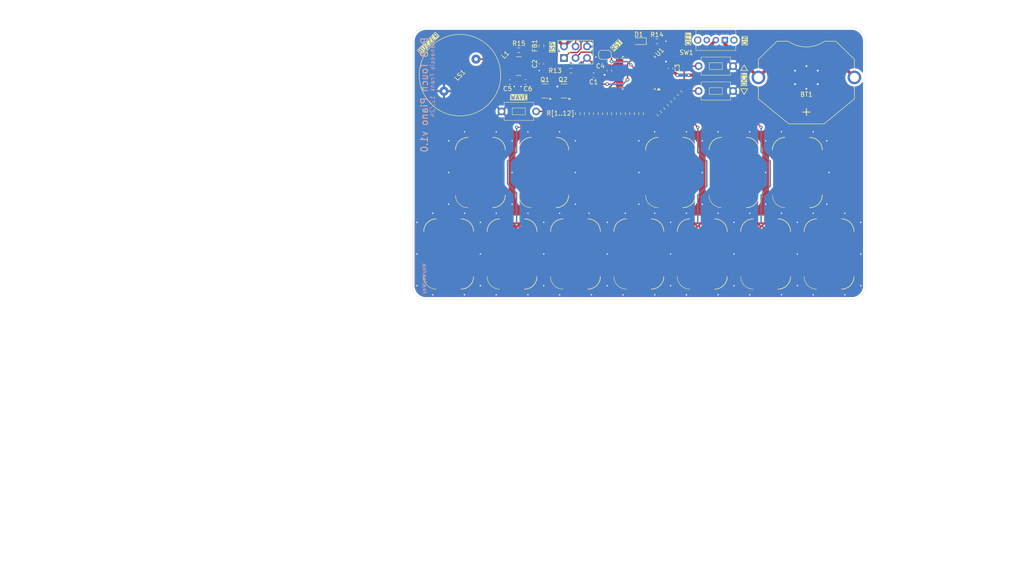
<source format=kicad_pcb>
(kicad_pcb (version 20240108) (generator "pcbnew") (generator_version "8.0")
  (layers (0 "F.Cu" signal) (31 "B.Cu" signal) (34 "B.Paste" user) (35 "F.Paste" user) (36 "B.SilkS" user "B.Silkscreen") (37 "F.SilkS" user "F.Silkscreen") (38 "B.Mask" user) (39 "F.Mask" user) (44 "Edge.Cuts" user))
  (net 0 "")
  (net 1 "GND")
  (net 2 "Net-(U1-AREF)")
  (net 3 "AVCC")
  (net 4 "VCC")
  (net 5 "AUDIO_FLTR_OUT")
  (net 6 "AUDIO_AMP_OUT")
  (net 7 "MOSI_0")
  (net 8 "MISO_0")
  (net 9 "SCK_0")
  (net 10 "RST_DBG_PIN")
  (net 11 "MCU_AUDIO")
  (net 12 "KEY_0_PAD")
  (net 13 "KEY_0")
  (net 14 "KEY_1_PAD")
  (net 15 "KEY_1")
  (net 16 "KEY_2")
  (net 17 "KEY_2_PAD")
  (net 18 "KEY_3")
  (net 19 "KEY_3_PAD")
  (net 20 "KEY_4")
  (net 21 "KEY_4_PAD")
  (net 22 "KEY_5")
  (net 23 "KEY_5_PAD")
  (net 24 "KEY_6_PAD")
  (net 25 "KEY_6")
  (net 26 "KEY_7_PAD")
  (net 27 "KEY_7")
  (net 28 "KEY_8_PAD")
  (net 29 "KEY_8")
  (net 30 "KEY_9")
  (net 31 "KEY_9_PAD")
  (net 32 "KEY_10")
  (net 33 "KEY_10_PAD")
  (net 34 "KEY_11")
  (net 35 "KEY_11_PAD")
  (net 37 "/STATUS_LED")
  (net 41 "/BAT+")
  (net 42 "unconnected-(U1-PB0-Pad12)")
  (net 45 "OCT_INC")
  (net 46 "OCT_DEC")
  (net 47 "WAVE_CHANGE")
  (net 48 "Net-(D1-K)")
  (net 49 "Net-(LS1-Pad1)")
  (footprint "Resistor_SMD:R_0603_1608Metric_Pad0.98x0.95mm_HandSolder" (layer "F.Cu") (at 196.5 59 -90)
    (property "Reference" "R6" (hide yes))
    (property "Value" "R")
  )
  (footprint "Jumper:SolderJumper-2_P1.3mm_Open_RoundedPad1.0x1.5mm" (layer "F.Cu") (at 192.5 46)
    (property "Reference" "JP1" (hide yes))
    (property "Value" "reset_jumper")
  )
  (footprint "Thanassis_Foot:PS1720P02" (layer "F.Cu") (at 160.5 50.5 -135)
    (property "Reference" "LS1")
    (property "Value" "PS1720P02")
  )
  (footprint "Resistor_SMD:R_0603_1608Metric_Pad0.98x0.95mm_HandSolder" (layer "F.Cu") (at 200.5 59 -90)
    (property "Reference" "R8" (hide yes))
    (property "Value" "R")
  )
  (footprint "LED_SMD:LED_0603_1608Metric_Pad1.05x0.95mm_HandSolder" (layer "F.Cu") (at 200 43 180)
    (property "Reference" "D1")
    (property "Value" "LED")
  )
  (footprint "Inductor_SMD:L_Coilcraft_LPS4018" (layer "F.Cu") (at 173.5 48.5 180)
    (property "Reference" "L1")
    (property "Value" "2.2m")
  )
  (footprint "Resistor_SMD:R_0603_1608Metric_Pad0.98x0.95mm_HandSolder" (layer "F.Cu") (at 209 54.5 -45)
    (property "Reference" "R12" (hide yes))
    (property "Value" "R")
  )
  (footprint "Resistor_SMD:R_0603_1608Metric_Pad0.98x0.95mm_HandSolder" (layer "F.Cu") (at 192.5 59 -90)
    (property "Reference" "R4" (hide yes))
    (property "Value" "R")
  )
  (footprint "Resistor_SMD:R_0603_1608Metric_Pad0.98x0.95mm_HandSolder" (layer "F.Cu") (at 173.5 45 180)
    (property "Reference" "R15")
    (property "Value" "0")
  )
  (footprint "Capacitor_SMD:C_0603_1608Metric_Pad1.08x0.95mm_HandSolder" (layer "F.Cu") (at 171.5 52)
    (property "Reference" "C5")
    (property "Value" "100n")
  )
  (footprint "Resistor_SMD:R_0603_1608Metric_Pad0.98x0.95mm_HandSolder" (layer "F.Cu") (at 194.5 59 -90)
    (property "Reference" "R5" (hide yes))
    (property "Value" "R")
  )
  (footprint "Capacitor_SMD:C_0603_1608Metric_Pad1.08x0.95mm_HandSolder" (layer "F.Cu") (at 178.5 47.999999 -90)
    (property "Reference" "C2")
    (property "Value" "100n")
  )
  (footprint "Thanassis_Foot:SW_PUSH_ADAFRUIT_SMALL" (layer "F.Cu") (at 217 48.5)
    (property "Reference" "SW2" (hide yes))
    (property "Value" "OCT_INC")
  )
  (footprint "Package_QFP:TQFP-32_7x7mm_P0.8mm" (layer "F.Cu") (at 200 50 180)
    (property "Reference" "U1")
    (property "Value" "ATmega328PB-A")
  )
  (footprint "Thanassis_Foot:SW_SPDT_TEC_1825232-1" (layer "F.Cu") (at 217 42.75 180)
    (property "Reference" "SW1")
    (property "Value" "SW_SPDT")
  )
  (footprint "Capacitor_SMD:C_0603_1608Metric_Pad1.08x0.95mm_HandSolder" (layer "F.Cu") (at 193.5 49.5 -90)
    (property "Reference" "C4")
    (property "Value" "C")
  )
  (footprint "Package_TO_SOT_SMD:SOT-23" (layer "F.Cu") (at 179.257358 54 180)
    (property "Reference" "Q1")
    (property "Value" "Q_NMOS_GSD")
  )
  (footprint "Thanassis_Foot:SW_PUSH_ADAFRUIT_SMALL" (layer "F.Cu") (at 217 54)
    (property "Reference" "SW3" (hide yes))
    (property "Value" "OCT_DWN")
  )
  (footprint "Capacitor_SMD:C_0603_1608Metric_Pad1.08x0.95mm_HandSolder" (layer "F.Cu") (at 175 52 180)
    (property "Reference" "C6")
    (property "Value" "100n")
  )
  (footprint "Resistor_SMD:R_0603_1608Metric_Pad0.98x0.95mm_HandSolder" (layer "F.Cu") (at 198.5 59 -90)
    (property "Reference" "R7" (hide yes))
    (property "Value" "R")
  )
  (footprint "Resistor_SMD:R_0603_1608Metric_Pad0.98x0.95mm_HandSolder" (layer "F.Cu") (at 188.5 59 -90)
    (property "Reference" "R2" (hide yes))
    (property "Value" "R")
  )
  (footprint "Resistor_SMD:R_0603_1608Metric_Pad0.98x0.95mm_HandSolder" (layer "F.Cu") (at 190.5 59 -90)
    (property "Reference" "R3" (hide yes))
    (property "Value" "R")
  )
  (footprint "Capacitor_SMD:C_0603_1608Metric_Pad1.08x0.95mm_HandSolder" (layer "F.Cu") (at 207 49 90)
    (property "Reference" "C3")
    (property "Value" "C")
  )
  (footprint "Resistor_SMD:R_0603_1608Metric_Pad0.98x0.95mm_HandSolder" (layer "F.Cu") (at 178.5 44 -90)
    (property "Reference" "FB1")
    (property "Value" "10u")
  )
  (footprint "Resistor_SMD:R_0603_1608Metric_Pad0.98x0.95mm_HandSolder" (layer "F.Cu") (at 185 49.5)
    (property "Reference" "R13")
    (property "Value" "100k")
  )
  (footprint "Resistor_SMD:R_0603_1608Metric_Pad0.98x0.95mm_HandSolder" (layer "F.Cu") (at 186.5 59 -90)
    (property "Reference" "R1" (hide yes))
    (property "Value" "R")
  )
  (footprint "Capacitor_SMD:C_0603_1608Metric_Pad1.08x0.95mm_HandSolder" (layer "F.Cu") (at 190 50.5 180)
    (property "Reference" "C1")
    (property "Value" "100n")
  )
  (footprint "Resistor_SMD:R_0603_1608Metric_Pad0.98x0.95mm_HandSolder" (layer "F.Cu") (at 204.5 59 -45)
    (property "Reference" "R9" (hide yes))
    (property "Value" "R")
  )
  (footprint "Thanassis_Foot:MP000360" (layer "F.Cu") (at 237 51)
    (property "Reference" "BT1")
    (property "Value" "Battery_Cell")
  )
  (footprint "Connector_PinHeader_2.54mm:PinHeader_2x03_P2.54mm_Vertical" (layer "F.Cu") (at 183.475 46.7 90)
    (property "Reference" "J1" (hide yes))
    (property "Value" "AVR-ISP-6")
  )
  (footprint "Package_TO_SOT_SMD:SOT-23" (layer "F.Cu") (at 183.5 54 180)
    (property "Reference" "Q2")
    (property "Value" "Q_PMOS_GSD")
  )
  (footprint "Resistor_SMD:R_0603_1608Metric_Pad0.98x0.95mm_HandSolder" (layer "F.Cu") (at 204 43)
    (property "Reference" "R14")
    (property "Value" "R")
  )
  (footprint "Resistor_SMD:R_0603_1608Metric_Pad0.98x0.95mm_HandSolder" (layer "F.Cu") (at 206 57.5 -45)
    (property "Reference" "R10" (hide yes))
    (property "Value" "R")
  )
  (footprint "Thanassis_Foot:SW_PUSH_ADAFRUIT_SMALL" (layer "F.Cu") (at 173.5 58.5 180)
    (property "Reference" "SW4" (hide yes))
    (property "Value" "WAVE_CHANGE")
  )
  (footprint "Resistor_SMD:R_0603_1608Metric_Pad0.98x0.95mm_HandSolder" (layer "F.Cu") (at 207.5 56 -45)
    (property "Reference" "R11" (hide yes))
    (property "Value" "R")
  )
  (gr_arc (start 155.25 97.75) (mid 153.305456 96.944544) (end 152.5 95) (stroke (width 0.1)) (layer "F.SilkS"))
  (gr_arc (start 223.75 64.25) (mid 225.694544 65.055456) (end 226.5 67) (stroke (width 0.15)) (layer "F.SilkS"))
  (gr_arc (start 188.75 82.25) (mid 190.694544 83.055456) (end 191.5 85) (stroke (width 0.15)) (layer "F.SilkS"))
  (gr_arc (start 244.75 82.25) (mid 246.694544 83.055456) (end 247.5 85) (stroke (width 0.15)) (layer "F.SilkS"))
  (gr_arc (start 181.75 64.25) (mid 183.694544 65.055456) (end 184.5 67) (stroke (width 0.15)) (layer "F.SilkS"))
  (gr_arc (start 159.5 67) (mid 160.305456 65.055456) (end 162.25 64.25) (stroke (width 0.15)) (layer "F.SilkS"))
  (gr_arc (start 247.5 95) (mid 246.694544 96.944544) (end 244.75 97.75) (stroke (width 0.15)) (layer "F.SilkS"))
  (gr_arc (start 233.5 95) (mid 232.694544 96.944544) (end 230.75 97.75) (stroke (width 0.15)) (layer "F.SilkS"))
  (gr_arc (start 222.5 85) (mid 223.305456 83.055456) (end 225.25 82.25) (stroke (width 0.15)) (layer "F.SilkS"))
  (gr_arc (start 215.5 67) (mid 216.305456 65.055456) (end 218.25 64.25) (stroke (width 0.15)) (layer "F.SilkS"))
  (gr_arc (start 232.25 79.75) (mid 230.305456 78.944544) (end 229.5 77) (stroke (width 0.1)) (layer "F.SilkS"))
  (gr_arc (start 202.75 82.25) (mid 204.694544 83.055456) (end 205.5 85) (stroke (width 0.15)) (layer "F.SilkS"))
  (gr_arc (start 169.25 97.75) (mid 167.305456 96.944544) (end 166.5 95) (stroke (width 0.1)) (layer "F.SilkS"))
  (gr_arc (start 180.5 85) (mid 181.305456 83.055456) (end 183.25 82.25) (stroke (width 0.15)) (layer "F.SilkS"))
  (gr_arc (start 209.75 64.25) (mid 211.694544 65.055456) (end 212.5 67) (stroke (width 0.15)) (layer "F.SilkS"))
  (gr_arc (start 218.25 79.75) (mid 216.305456 78.944544) (end 215.5 77) (stroke (width 0.1)) (layer "F.SilkS"))
  (gr_arc (start 166.5 85) (mid 167.305456 83.055456) (end 169.25 82.25) (stroke (width 0.15)) (layer "F.SilkS"))
  (gr_arc (start 177.5 95) (mid 176.694544 96.944544) (end 174.75 97.75) (stroke (width 0.15)) (layer "F.SilkS"))
  (gr_arc (start 191.5 95) (mid 190.694544 96.944544) (end 188.75 97.75) (stroke (width 0.15)) (layer "F.SilkS"))
  (gr_arc (start 160.75 82.25) (mid 162.694544 83.055456) (end 163.5 85) (stroke (width 0.15)) (layer "F.SilkS"))
  (gr_arc (start 163.5 95) (mid 162.694544 96.944544) (end 160.75 97.75) (stroke (width 0.15)) (layer "F.SilkS"))
  (gr_arc (start 201.5 67) (mid 202.305456 65.055456) (end 204.25 64.25) (stroke (width 0.15)) (layer "F.SilkS"))
  (gr_arc (start 239.25 97.75) (mid 237.305456 96.944544) (end 236.5 95) (stroke (width 0.1)) (layer "F.SilkS"))
  (gr_poly (pts (xy 222.5 53.5) (xy 224 53.5) (xy 223.25 54.75)) (stroke (width 0.15)) (fill none) (layer "F.SilkS"))
  (gr_arc (start 184.5 77) (mid 183.694544 78.944544) (end 181.75 79.75) (stroke (width 0.15)) (layer "F.SilkS"))
  (gr_arc (start 167.75 64.25) (mid 169.694544 65.055456) (end 170.5 67) (stroke (width 0.15)) (layer "F.SilkS"))
  (gr_arc (start 211.25 97.75) (mid 209.305456 96.944544) (end 208.5 95) (stroke (width 0.1)) (layer "F.SilkS"))
  (gr_arc (start 197.25 97.75) (mid 195.305456 96.944544) (end 194.5 95) (stroke (width 0.1)) (layer "F.SilkS"))
  (gr_arc (start 183.25 97.75) (mid 181.305456 96.944544) (end 180.5 95) (stroke (width 0.1)) (layer "F.SilkS"))
  (gr_arc (start 212.5 77) (mid 211.694544 78.944544) (end 209.75 79.75) (stroke (width 0.15)) (layer "F.SilkS"))
  (gr_arc (start 226.5 77) (mid 225.694544 78.944544) (end 223.75 79.75) (stroke (width 0.15)) (layer "F.SilkS"))
  (gr_arc (start 229.5 67) (mid 230.305456 65.055456) (end 232.25 64.25) (stroke (width 0.15)) (layer "F.SilkS"))
  (gr_arc (start 173.5 67) (mid 174.305456 65.055456) (end 176.25 64.25) (stroke (width 0.15)) (layer "F.SilkS"))
  (gr_arc (start 176.25 79.75) (mid 174.305456 78.944544) (end 173.5 77) (stroke (width 0.1)) (layer "F.SilkS"))
  (gr_arc (start 205.5 95) (mid 204.694544 96.944544) (end 202.75 97.75) (stroke (width 0.15)) (layer "F.SilkS"))
  (gr_arc (start 152.5 85) (mid 153.305456 83.055456) (end 155.25 82.25) (stroke (width 0.15)) (layer "F.SilkS"))
  (gr_arc (start 216.75 82.25) (mid 218.694544 83.055456) (end 219.5 85) (stroke (width 0.15)) (layer "F.SilkS"))
  (gr_arc (start 204.25 79.75) (mid 202.305456 78.944544) (end 201.5 77) (stroke (width 0.1)) (layer "F.SilkS"))
  (gr_arc (start 194.5 85) (mid 195.305456 83.055456) (end 197.25 82.25) (stroke (width 0.15)) (layer "F.SilkS"))
  (gr_arc (start 162.25 79.75) (mid 160.305456 78.944544) (end 159.5 77) (stroke (width 0.1)) (layer "F.SilkS"))
  (gr_arc (start 240.5 77) (mid 239.694544 78.944544) (end 237.75 79.75) (stroke (width 0.15)) (layer "F.SilkS"))
  (gr_arc (start 219.5 95) (mid 218.694544 96.944544) (end 216.75 97.75) (stroke (width 0.15)) (layer "F.SilkS"))
  (gr_arc (start 225.25 97.75) (mid 223.305456 96.944544) (end 222.5 95) (stroke (width 0.1)) (layer "F.SilkS"))
  (gr_arc (start 237.75 64.25) (mid 239.694544 65.055456) (end 240.5 67) (stroke (width 0.15)) (layer "F.SilkS"))
  (gr_poly (pts (xy 224 49.5) (xy 222.5 49.5) (xy 223.25 48.25)) (stroke (width 0.15)) (fill none) (layer "F.SilkS"))
  (gr_arc (start 170.5 77) (mid 169.694544 78.944544) (end 167.75 79.75) (stroke (width 0.15)) (layer "F.SilkS"))
  (gr_arc (start 236.5 85) (mid 237.305456 83.055456) (end 239.25 82.25) (stroke (width 0.15)) (layer "F.SilkS"))
  (gr_arc (start 174.75 82.25) (mid 176.694544 83.055456) (end 177.5 85) (stroke (width 0.15)) (layer "F.SilkS"))
  (gr_arc (start 208.5 85) (mid 209.305456 83.055456) (end 211.25 82.25) (stroke (width 0.15)) (layer "F.SilkS"))
  (gr_arc (start 230.75 82.25) (mid 232.694544 83.055456) (end 233.5 85) (stroke (width 0.15)) (layer "F.SilkS"))
  (gr_arc (start 152.999999 99.999999) (mid 150.878679 99.121319) (end 149.999999 96.999999) (stroke (width 0.05)) (layer "Edge.Cuts"))
  (gr_line (start 250 97) (end 250 43) (stroke (width 0.05)) (layer "Edge.Cuts"))
  (gr_line (start 247 40) (end 153 40) (stroke (width 0.05)) (layer "Edge.Cuts"))
  (gr_arc (start 250 97) (mid 249.12132 99.12132) (end 247 100) (stroke (width 0.05)) (layer "Edge.Cuts"))
  (gr_line (start 150 43) (end 150 97) (stroke (width 0.05)) (layer "Edge.Cuts"))
  (gr_arc (start 247 40) (mid 249.12132 40.87868) (end 250 43) (stroke (width 0.05)) (layer "Edge.Cuts"))
  (gr_line (start 152.999999 99.999999) (end 246.999999 99.999999) (stroke (width 0.05)) (layer "Edge.Cuts"))
  (gr_arc (start 150 43) (mid 150.87868 40.87868) (end 153 40) (stroke (width 0.05)) (layer "Edge.Cuts"))
  (gr_text "WayWayWay" (at 153 92 90) (layer "B.SilkS") (effects (font (size 0.8 0.8) (thickness 0.1)) (justify left bottom mirror)))
  (gr_text "Thanassis Frank 12/24" (at 155 42 90) (layer "B.SilkS") (effects (font (size 1 1) (thickness 0.1)) (justify left bottom mirror)))
  (gr_text "PCB Touch Piano v1.0" (at 153.5 42 90) (layer "B.SilkS") (effects (font (size 1.5 1.5) (thickness 0.2)) (justify left bottom mirror)))
  (gr_text "BUZZER" (at 153.5 43.5 45) (layer "F.SilkS" knockout) (effects (font (size 1 1))))
  (gr_text "OFF" (at 211.5 44 90) (layer "F.SilkS" knockout) (effects (font (size 1 1)) (justify left bottom)))
  (gr_text "ISP" (at 181.515 45.66 90) (layer "F.SilkS" knockout) (effects (font (size 1 1)) (justify left bottom)))
  (gr_text "R[1..12]" (at 179.5 59.5 0) (layer "F.SilkS") (effects (font (size 1 1)) (justify left bottom)))
  (gr_text "RST" (at 195 44 45) (layer "F.SilkS" knockout) (effects (font (size 1 1))))
  (gr_text "WAVE" (at 173.5 56 0) (layer "F.SilkS" knockout) (effects (font (size 1 1)) (justify bottom)))
  (gr_text "OCT" (at 223.25 51.5 90) (layer "F.SilkS" knockout) (effects (font (size 1 1))))
  (gr_text "ON" (at 224 44 90) (layer "F.SilkS" knockout) (effects (font (size 1 1)) (justify left bottom)))
  (segment (start 178.5 49) (end 178 49.5) (width 0.7) (layer "F.Cu") (net 1))
  (segment (start 192.43125 50.43125) (end 190.931251 50.43125) (width 0.7) (layer "F.Cu") (net 1))
  (segment (start 238.5 49.5) (end 237 51) (width 0.7) (layer "F.Cu") (net 1))
  (segment (start 193.962501 50.4) (end 195.75 50.4) (width 0.5) (layer "F.Cu") (net 1))
  (segment (start 191.850001 46) (end 191 46) (width 0.3) (layer "F.Cu") (net 1))
  (segment (start 239.5 52.5) (end 238.5 52.5) (width 0.7) (layer "F.Cu") (net 1))
  (segment (start 180.194858 53.05) (end 181.95 53.05) (width 0.7) (layer "F.Cu") (net 1))
  (segment (start 192.431251 50.43125) (end 192.5 50.362501) (width 0.7) (layer "F.Cu") (net 1))
  (segment (start 204.9125 43) (end 206 43) (width 0.3) (layer "F.Cu") (net 1))
  (segment (start 204.25 49.6) (end 205.537499 49.6) (width 0.5) (layer "F.Cu") (net 1))
  (segment (start 238.5 52.5) (end 237 51) (width 0.7) (layer "F.Cu") (net 1))
  (segment (start 234.5 49.5) (end 235.5 49.5) (width 0.7) (layer "F.Cu") (net 1))
  (segment (start 192.5 50.362501) (end 193.5 50.362501) (width 0.7) (layer "F.Cu") (net 1))
  (segment (start 239.5 49.5) (end 238.5 49.5) (width 0.7) (layer "F.Cu") (net 1))
  (segment (start 205.537499 49.6) (end 207 48.137499) (width 0.5) (layer "F.Cu") (net 1))
  (segment (start 192.43125 50.431251) (end 192.43125 50.43125) (width 0.7) (layer "F.Cu") (net 1))
  (segment (start 234.5 52.5) (end 235.5 52.5) (width 0.7) (layer "F.Cu") (net 1))
  (segment (start 207 48.137499) (end 206.637499 48.137499) (width 0.5) (layer "F.Cu") (net 1))
  (segment (start 235.5 49.5) (end 237 51) (width 0.7) (layer "F.Cu") (net 1))
  (segment (start 206.637499 48.137499) (end 206 47.5) (width 0.5) (layer "F.Cu") (net 1))
  (segment (start 190.931251 50.43125) (end 190.862501 50.5) (width 0.7) (layer "F.Cu") (net 1))
  (segment (start 181.95 53.05) (end 182 53) (width 0.7) (layer "F.Cu") (net 1))
  (segment (start 191 46) (end 190.5 46.5) (width 0.3) (layer "F.Cu") (net 1))
  (segment (start 235.5 52.5) (end 237 51) (width 0.7) (layer "F.Cu") (net 1))
  (segment (start 178.5 48.862501) (end 178.5 49) (width 0.7) (layer "F.Cu") (net 1))
  (segment (start 237 48.5) (end 237 51) (width 0.7) (layer "F.Cu") (net 1))
  (segment (start 237 53.5) (end 237 51) (width 0.7) (layer "F.Cu") (net 1))
  (segment (start 192.43125 50.43125) (end 192.431251 50.43125) (width 0.7) (layer "F.Cu") (net 1))
  (via (at 237 53.5) (size 0.8) (drill 0.4) (layers "F.Cu" "B.Cu") (net 1))
  (via (at 217.5 63) (size 0.7) (drill 0.3) (layers "F.Cu" "B.Cu") (net 1))
  (via (at 221 90) (size 0.7) (drill 0.3) (layers "F.Cu" "B.Cu") (net 1))
  (via (at 234.5 49.5) (size 0.8) (drill 0.4) (layers "F.Cu" "B.Cu") (net 1))
  (via (at 249 83) (size 0.7) (drill 0.3) (layers "F.Cu" "B.Cu") (net 1))
  (via (at 158 79) (size 0.7) (drill 0.3) (layers "F.Cu" "B.Cu") (net 1))
  (via (at 172 65) (size 0.7) (drill 0.3) (layers "F.Cu" "B.Cu") (net 1))
  (via (at 200 79) (size 0.7) (drill 0.3) (layers "F.Cu" "B.Cu") (net 1))
  (via (at 217.5 81) (size 0.7) (drill 0.3) (layers "F.Cu" "B.Cu") (net 1))
  (via (at 189 81) (size 0.7) (drill 0.3) (layers "F.Cu" "B.Cu") (net 1))
  (via (at 238.5 99) (size 0.7) (drill 0.3) (layers "F.Cu" "B.Cu") (net 1))
  (via (at 179 97) (size 0.7) (drill 0.3) (layers "F.Cu" "B.Cu") (net 1))
  (via (at 193 97) (size 0.7) (drill 0.3) (layers "F.Cu" "B.Cu") (net 1))
  (via (at 158 72) (size 0.7) (drill 0.3) (layers "F.Cu" "B.Cu") (net 1))
  (via (at 190.5 46.5) (size 0.7) (drill 0.3) (layers "F.Cu" "B.Cu") (net 1))
  (via (at 175.5 63) (size 0.7) (drill 0.3) (layers "F.Cu" "B.Cu") (net 1))
  (via (at 210.5 99) (size 0.7) (drill 0.3) (layers "F.Cu" "B.Cu") (net 1))
  (via (at 197 81) (size 0.7) (drill 0.3) (layers "F.Cu" "B.Cu") (net 1))
  (via (at 165 97) (size 0.7) (drill 0.3) (layers "F.Cu" "B.Cu") (net 1))
  (via (at 214 65) (size 0.7) (drill 0.3) (layers "F.Cu" "B.Cu") (net 1))
  (via (at 228 65) (size 0.7) (drill 0.3) (layers "F.Cu" "B.Cu") (net 1))
  (via (at 175.5 81) (size 0.7) (drill 0.3) (layers "F.Cu" "B.Cu") (net 1))
  (via (at 182 53) (size 0.8) (drill 0.4) (layers "F.Cu" "B.Cu") (net 1))
  (via (at 214 79) (size 0.7) (drill 0.3) (layers "F.Cu" "B.Cu") (net 1))
  (via (at 165 83) (size 0.7) (drill 0.3) (layers "F.Cu" "B.Cu") (net 1))
  (via (at 242 72) (size 0.7) (drill 0.3) (layers "F.Cu" "B.Cu") (net 1))
  (via (at 238.5 63) (size 0.7) (drill 0.3) (layers "F.Cu" "B.Cu") (net 1))
  (via (at 224.5 99) (size 0.7) (drill 0.3) (layers "F.Cu" "B.Cu") (net 1))
  (via (at 154.5 99) (size 0.7) (drill 0.3) (layers "F.Cu" "B.Cu") (net 1))
  (via (at 207 83) (size 0.7) (drill 0.3) (layers "F.Cu" "B.Cu") (net 1))
  (via (at 245.5 99) (size 0.7) (drill 0.3) (layers "F.Cu" "B.Cu") (net 1))
  (via (at 182.5 81) (size 0.7) (drill 0.3) (layers "F.Cu" "B.Cu") (net 1))
  (via (at 210.5 81) (size 0.7) (drill 0.3) (layers "F.Cu" "B.Cu") (net 1))
  (via (at 241.5 65) (size 0.7) (drill 0.3) (layers "F.Cu" "B.Cu") (net 1))
  (via (at 196.5 99) (size 0.7) (drill 0.3) (layers "F.Cu" "B.Cu") (net 1))
  (via (at 151 83) (size 0.7) (drill 0.3) (layers "F.Cu" "B.Cu") (net 1))
  (via (at 206 43) (size 0.7) (drill 0.3) (layers "F.Cu" "B.Cu") (net 1))
  (via (at 224.5 63) (size 0.7) (drill 0.3) (layers "F.Cu" "B.Cu") (net 1))
  (via (at 239.5 49.5) (size 0.8) (drill 0.4) (layers "F.Cu" "B.Cu") (net 1))
  (via (at 193 90) (size 0.7) (drill 0.3) (layers "F.Cu" "B.Cu") (net 1))
  (via (at 192.43125 50.43125) (size 0.8) (drill 0.4) (layers "F.Cu" "B.Cu") (net 1))
  (via (at 210.5 63) (size 0.7) (drill 0.3) (layers "F.Cu" "B.Cu") (net 1))
  (via (at 182.5 63) (size 0.7) (drill 0.3) (layers "F.Cu" "B.Cu") (net 1))
  (via (at 165 90) (size 0.7) (drill 0.3) (layers "F.Cu" "B.Cu") (net 1))
  (via (at 151 90) (size 0.7) (drill 0.3) (layers "F.Cu" "B.Cu") (net 1))
  (via (at 207 97) (size 0.7) (drill 0.3) (layers "F.Cu" "B.Cu") (net 1))
  (via (at 172.5 53) (size 0.7) (drill 0.3) (layers "F.Cu" "B.Cu") (net 1))
  (via (at 172 72) (size 0.7) (drill 0.3) (layers "F.Cu" "B.Cu") (net 1))
  (via (at 203.5 63) (size 0.7) (drill 0.3) (layers "F.Cu" "B.Cu") (net 1))
  (via (at 249 90) (size 0.7) (drill 0.3) (layers "F.Cu" "B.Cu") (net 1))
  (via (at 231.5 81) (size 0.7) (drill 0.3) (layers "F.Cu" "B.Cu") (net 1))
  (via (at 186 72) (size 0.7) (drill 0.3) (layers "F.Cu" "B.Cu") (net 1))
  (via (at 245.5 81) (size 0.7) (drill 0.3) (layers "F.Cu" "B.Cu") (net 1))
  (via (at 168.5 63) (size 0.7) (drill 0.3) (layers "F.Cu" "B.Cu") (net 1))
  (via (at 228 72) (size 0.7) (drill 0.3) (layers "F.Cu" "B.Cu") (net 1))
  (via (at 231.5 99) (size 0.7) (drill 0.3) (layers "F.Cu" "B.Cu") (net 1))
  (via (at 189.5 99) (size 0.7) (drill 0.3) (layers "F.Cu" "B.Cu") (net 1))
  (via (at 168.5 99) (size 0.7) (drill 0.3) (layers "F.Cu" "B.Cu") (net 1))
  (via (at 235 90) (size 0.7) (drill 0.3) (layers "F.Cu" "B.Cu") (net 1))
  (via (at 237 48.5) (size 0.8) (drill 0.4) (layers "F.Cu" "B.Cu") (net 1))
  (via (at 178 49.5) (size 0.7) (drill 0.3) (layers "F.Cu" "B.Cu") (net 1))
  (via (at 200 72) (size 0.7) (drill 0.3) (layers "F.Cu" "B.Cu") (net 1))
  (via (at 193 83) (size 0.7) (drill 0.3) (layers "F.Cu" "B.Cu") (net 1))
  (via (at 161.5 99) (size 0.7) (drill 0.3) (layers "F.Cu" "B.Cu") (net 1))
  (via (at 154.5 81) (size 0.7) (drill 0.3) (layers "F.Cu" "B.Cu") (net 1))
  (via (at 224.5 81) (size 0.7) (drill 0.3) (layers "F.Cu" "B.Cu") (net 1))
  (via (at 175.5 99) (size 0.7) (drill 0.3) (layers "F.Cu" "B.Cu") (net 1))
  (via (at 179 90) (size 0.7) (drill 0.3) (layers "F.Cu" "B.Cu") (net 1))
  (via (at 151 97) (size 0.7) (drill 0.3) (layers "F.Cu" "B.Cu") (net 1))
  (via (at 186 65) (size 0.7) (drill 0.3) (layers "F.Cu" "B.Cu") (net 1))
  (via (at 186 79) (size 0.7) (drill 0.3) (layers "F.Cu" "B.Cu") (net 1))
  (via (at 221 83) (size 0.7) (drill 0.3) (layers "F.Cu" "B.Cu") (net 1))
  (via (at 214 72) (size 0.7) (drill 0.3) (layers "F.Cu" "B.Cu") (net 1))
  (via (at 182.5 99) (size 0.7) (drill 0.3) (layers "F.Cu" "B.Cu") (net 1))
  (via (at 207 90) (size 0.7) (drill 0.3) (layers "F.Cu" "B.Cu") (net 1))
  (via (at 200 65) (size 0.7) (drill 0.3) (layers "F.Cu" "B.Cu") (net 1))
  (via (at 168.5 81) (size 0.7) (drill 0.3) (layers "F.Cu" "B.Cu") (net 1))
  (via (at 172 79) (size 0.7) (drill 0.3) (layers "F.Cu" "B.Cu") (net 1))
  (via (at 235 83) (size 0.7) (drill 0.3) (layers "F.Cu" "B.Cu") (net 1))
  (via (at 234.5 52.5) (size 0.8) (drill 0.4) (layers "F.Cu" "B.Cu") (net 1))
  (via (at 158 65) (size 0.7) (drill 0.3) (layers "F.Cu" "B.Cu") (net 1))
  (via (at 231.5 63) (size 0.7) (drill 0.3) (layers "F.Cu" "B.Cu") (net 1))
  (via (at 239.5 52.5) (size 0.8) (drill 0.4) (layers "F.Cu" "B.Cu") (net 1))
  (via (at 228 79) (size 0.7) (drill 0.3) (layers "F.Cu" "B.Cu") (net 1))
  (via (at 161.5 63) (size 0.7) (drill 0.3) (layers "F.Cu" "B.Cu") (net 1))
  (via (at 235 97) (size 0.7) (drill 0.3) (layers "F.Cu" "B.Cu") (net 1))
  (via (at 217.5 99) (size 0.7) (drill 0.3) (layers "F.Cu" "B.Cu") (net 1))
  (via (at 238.5 81) (size 0.7) (drill 0.3) (layers "F.Cu" "B.Cu") (net 1))
  (via (at 241.5 79) (size 0.7) (drill 0.3) (layers "F.Cu" "B.Cu") (net 1))
  (via (at 174 53) (size 0.7) (drill 0.3) (layers "F.Cu" "B.Cu") (net 1))
  (via (at 206 47.5) (size 0.8) (drill 0.4) (layers "F.Cu" "B.Cu") (net 1))
  (via (at 161.5 81) (size 0.7) (drill 0.3) (layers "F.Cu" "B.Cu") (net 1))
  (via (at 249 97) (size 0.7) (drill 0.3) (layers "F.Cu" "B.Cu") (net 1))
  (via (at 203.5 99) (size 0.7) (drill 0.3) (layers "F.Cu" "B.Cu") (net 1))
  (via (at 179 83) (size 0.7) (drill 0.3) (layers "F.Cu" "B.Cu") (net 1))
  (via (at 203.5 81) (size 0.7) (drill 0.3) (layers "F.Cu" "B.Cu") (net 1))
  (via (at 221 97) (size 0.7) (drill 0.3) (layers "F.Cu" "B.Cu") (net 1))
  (segment (start 194.625001 49.525001) (end 190.112498 49.525001) (width 0.2) (layer "F.Cu") (net 2))
  (segment (start 190.112498 49.525001) (end 189.137499 50.5) (width 0.2) (layer "F.Cu") (net 2))
  (segment (start 195.75 49.6) (end 194.7 49.6) (width 0.2) (layer "F.Cu") (net 2))
  (segment (start 194.7 49.6) (end 194.625001 49.525001) (width 0.2) (layer "F.Cu") (net 2))
  (segment (start 178.5 47.137499) (end 179.637499 47.137499) (width 0.7) (layer "F.Cu") (net 3))
  (segment (start 186.975 50.525) (end 188.862501 48.637499) (width 0.7) (layer "F.Cu") (net 3))
  (segment (start 182 49.5) (end 180.75 48.25) (width 0.7) (layer "F.Cu") (net 3))
  (segment (start 185.1125 50.525) (end 186.975 50.525) (width 0.7) (layer "F.Cu") (net 3))
  (segment (start 194.637499 48) (end 194 48.637499) (width 0.5) (layer "F.Cu") (net 3))
  (segment (start 188.862501 48.637499) (end 193 48.637499) (width 0.7) (layer "F.Cu") (net 3))
  (segment (start 184.4375 51.2) (end 184.4375 53.05) (width 0.7) (layer "F.Cu") (net 3))
  (segment (start 194 48.637499) (end 193.5 48.637499) (width 0.5) (layer "F.Cu") (net 3))
  (segment (start 195.75 48) (end 194.637499 48) (width 0.5) (layer "F.Cu") (net 3))
  (segment (start 179.637499 47.137499) (end 180.75 48.25) (width 0.7) (layer "F.Cu") (net 3))
  (segment (start 178.5 44.9125) (end 178.5 46.637499) (width 0.7) (layer "F.Cu") (net 3))
  (segment (start 184.0875 49.5) (end 185.1125 50.525) (width 0.7) (layer "F.Cu") (net 3))
  (segment (start 184.0875 49.5) (end 182 49.5) (width 0.7) (layer "F.Cu") (net 3))
  (segment (start 185.1125 50.525) (end 184.4375 51.2) (width 0.7) (layer "F.Cu") (net 3))
  (segment (start 210.25 44.75) (end 207 41.5) (width 0.7) (layer "F.Cu") (net 4))
  (segment (start 178.5 43.0875) (end 182.4025 43.0875) (width 0.7) (layer "F.Cu") (net 4))
  (segment (start 214 50.5) (end 214.137499 50.362501) (width 0.5) (layer "F.Cu") (net 4))
  (segment (start 217 42.75) (end 215 44.75) (width 0.7) (layer "F.Cu") (net 4))
  (segment (start 211 50.5) (end 214 50.5) (width 0.7) (layer "F.Cu") (net 4))
  (segment (start 204.25 50.4) (end 206.462501 50.4) (width 0.5) (layer "F.Cu") (net 4))
  (segment (start 186.135 41.5) (end 183.475 44.16) (width 0.7) (layer "F.Cu") (net 4))
  (segment (start 206.462501 50.4) (end 207 49.862501) (width 0.5) (layer "F.Cu") (net 4))
  (segment (start 207 49.862501) (end 207.862501 49.862501) (width 0.7) (layer "F.Cu") (net 4))
  (segment (start 215 44.75) (end 210.25 44.75) (width 0.7) (layer "F.Cu") (net 4))
  (segment (start 215 49.5) (end 214.137499 50.362501) (width 0.7) (layer "F.Cu") (net 4))
  (segment (start 215 44.75) (end 215 49.5) (width 0.7) (layer "F.Cu") (net 4))
  (segment (start 178.5 43.0875) (end 178.5 43.1875) (width 0.7) (layer "F.Cu") (net 4))
  (segment (start 207.862501 49.862501) (end 208.5 50.5) (width 0.7) (layer "F.Cu") (net 4))
  (segment (start 182.4025 43.0875) (end 183.475 44.16) (width 0.7) (layer "F.Cu") (net 4))
  (segment (start 207 41.5) (end 186.135 41.5) (width 0.7) (layer "F.Cu") (net 4))
  (via (at 211 50.5) (size 0.8) (drill 0.4) (layers "F.Cu" "B.Cu") (net 4))
  (via (at 208.5 50.5) (size 0.8) (drill 0.4) (layers "F.Cu" "B.Cu") (net 4))
  (segment (start 208.5 50.5) (end 211 50.5) (width 0.7) (layer "B.Cu") (net 4))
  (segment (start 174.4125 45.5875) (end 174.4125 45) (width 0.3) (layer "F.Cu") (net 5))
  (segment (start 172 46) (end 174 46) (width 0.3) (layer "F.Cu") (net 5))
  (segment (start 170.637499 52) (end 171.585 51.052499) (width 0.3) (layer "F.Cu") (net 5))
  (segment (start 171.585 51.052499) (end 171.585 48.5) (width 0.3) (layer "F.Cu") (net 5))
  (segment (start 171.735001 48.5) (end 171.735001 46.264999) (width 0.3) (layer "F.Cu") (net 5))
  (segment (start 171.470002 48.470002) (end 171.470002 49.5) (width 0.3) (layer "F.Cu") (net 5))
  (segment (start 174 46) (end 174.4125 45.5875) (width 0.3) (layer "F.Cu") (net 5))
  (segment (start 171.735001 46.264999) (end 172 46) (width 0.3) (layer "F.Cu") (net 5))
  (segment (start 182.562499 54) (end 178.319857 54) (width 0.3) (layer "F.Cu") (net 6))
  (segment (start 177.05 54) (end 175.862501 52.812501) (width 0.3) (layer "F.Cu") (net 6))
  (segment (start 175.415 51.552499) (end 175.862501 52) (width 0.3) (layer "F.Cu") (net 6))
  (segment (start 174.862501 49.362501) (end 175 49.5) (width 0.3) (layer "F.Cu") (net 6))
  (segment (start 175.415 48.5) (end 175.415 51.552499) (width 0.3) (layer "F.Cu") (net 6))
  (segment (start 178.319857 54) (end 177.05 54) (width 0.3) (layer "F.Cu") (net 6))
  (segment (start 175.862501 52) (end 175.862501 52.812501) (width 0.3) (layer "F.Cu") (net 6))
  (segment (start 186.015 44.16) (end 186.015 42.957919) (width 0.3) (layer "F.Cu") (net 7))
  (segment (start 195.81 42.46) (end 198 44.65) (width 0.3) (layer "F.Cu") (net 7))
  (segment (start 198 44.65) (end 198 45.75) (width 0.3) (layer "F.Cu") (net 7))
  (segment (start 186.512919 42.46) (end 186.015 42.957919) (width 0.3) (layer "F.Cu") (net 7))
  (segment (start 186.512919 42.46) (end 195.81 42.46) (width 0.3) (layer "F.Cu") (net 7))
  (segment (start 190.5 43.5) (end 194.95 43.5) (width 0.3) (layer "F.Cu") (net 8))
  (segment (start 187.215 44.657057) (end 187.215 43.285) (width 0.3) (layer "F.Cu") (net 8))
  (segment (start 183.475 46.7) (end 184.675001 45.5) (width 0.3) (layer "F.Cu") (net 8))
  (segment (start 194.95 43.5) (end 197.2 45.75) (width 0.3) (layer "F.Cu") (net 8))
  (segment (start 186.372057 45.5) (end 187.215 44.657057) (width 0.3) (layer "F.Cu") (net 8))
  (segment (start 187.54 42.96) (end 189.96 42.96) (width 0.3) (layer "F.Cu") (net 8))
  (segment (start 184.675001 45.5) (end 186.372057 45.5) (width 0.3) (layer "F.Cu") (net 8))
  (segment (start 187.54 42.96) (end 187.215 43.285) (width 0.3) (layer "F.Cu") (net 8))
  (segment (start 189.96 42.96) (end 190.5 43.5) (width 0.3) (layer "F.Cu") (net 8))
  (segment (start 189.925 45.425) (end 190.85 44.5) (width 0.3) (layer "F.Cu") (net 9))
  (segment (start 195.75 46.25) (end 195.75 47.2) (width 0.3) (layer "F.Cu") (net 9))
  (segment (start 187.29 45.425) (end 189.925 45.425) (width 0.3) (layer "F.Cu") (net 9))
  (segment (start 194 44.5) (end 195.75 46.25) (width 0.3) (layer "F.Cu") (net 9))
  (segment (start 186.015 46.700001) (end 187.29 45.425) (width 0.3) (layer "F.Cu") (net 9))
  (segment (start 190.85 44.5) (end 194 44.5) (width 0.3) (layer "F.Cu") (net 9))
  (segment (start 199.25 52) (end 200.4 53.15) (width 0.3) (layer "F.Cu") (net 10))
  (segment (start 185.9125 49.342499) (end 185.9125 49.5) (width 0.3) (layer "F.Cu") (net 10))
  (segment (start 193.967708 46.817709) (end 193.149999 46) (width 0.3) (layer "F.Cu") (net 10))
  (segment (start 193.149999 46.452049) (end 192.102048 47.5) (width 0.3) (layer "F.Cu") (net 10))
  (segment (start 193.967708 47.467708) (end 193.967708 46.817709) (width 0.3) (layer "F.Cu") (net 10))
  (segment (start 200.4 53.15) (end 200.4 54.25) (width 0.3) (layer "F.Cu") (net 10))
  (segment (start 189.354999 47.5) (end 188.554999 46.7) (width 0.3) (layer "F.Cu") (net 10))
  (segment (start 188.554999 46.7) (end 185.9125 49.342499) (width 0.3) (layer "F.Cu") (net 10))
  (segment (start 198.25 48.25) (end 199.25 49.25) (width 0.3) (layer "F.Cu") (net 10))
  (segment (start 192.102048 47.5) (end 189.354999 47.5) (width 0.3) (layer "F.Cu") (net 10))
  (segment (start 199.25 49.25) (end 199.25 52) (width 0.3) (layer "F.Cu") (net 10))
  (segment (start 193.149999 46) (end 193.149999 46.452049) (width 0.3) (layer "F.Cu") (net 10))
  (via (at 193.967708 47.467708) (size 0.8) (drill 0.4) (layers "F.Cu" "B.Cu") (net 10))
  (via (at 198.25 48.25) (size 0.7) (drill 0.3) (layers "F.Cu" "B.Cu") (net 10))
  (segment (start 194 47.5) (end 193.967708 47.467708) (width 0.3) (layer "B.Cu") (net 10))
  (segment (start 197.5 47.5) (end 194 47.5) (width 0.3) (layer "B.Cu") (net 10))
  (segment (start 198.25 48.25) (end 197.5 47.5) (width 0.3) (layer "B.Cu") (net 10))
  (segment (start 184.4375 54.95) (end 185.45 54.95) (width 0.3) (layer "F.Cu") (net 11))
  (segment (start 185.45 54.95) (end 186.95 53.45) (width 0.3) (layer "F.Cu") (net 11))
  (segment (start 187.5 51.5) (end 194.5 51.5) (width 0.3) (layer "F.Cu") (net 11))
  (segment (start 194.5 51.5) (end 194.8 51.2) (width 0.3) (layer "F.Cu") (net 11))
  (segment (start 184.4375 54.95) (end 180.194859 54.949999) (width 0.3) (layer "F.Cu") (net 11))
  (segment (start 186.95 53.45) (end 186.95 52.05) (width 0.3) (layer "F.Cu") (net 11))
  (segment (start 186.95 52.05) (end 187.5 51.5) (width 0.3) (layer "F.Cu") (net 11))
  (segment (start 194.8 51.2) (end 195.75 51.2) (width 0.3) (layer "F.Cu") (net 11))
  (segment (start 186.4125 60) (end 157.5 60) (width 0.3) (layer "F.Cu") (net 12))
  (segment (start 155.5 79) (end 157.5 81) (width 0.3) (layer "F.Cu") (net 12))
  (segment (start 186.5 59.9125) (end 186.4125 60) (width 0.3) (layer "F.Cu") (net 12))
  (segment (start 157.5 81) (end 157.5 83.5) (width 0.3) (layer "F.Cu") (net 12))
  (segment (start 155.5 62) (end 155.5 79) (width 0.3) (layer "F.Cu") (net 12))
  (segment (start 157.5 60) (end 155.5 62) (width 0.3) (layer "F.Cu") (net 12))
  (segment (start 191.0875 53.5) (end 186.5 58.0875) (width 0.3) (layer "F.Cu") (net 13))
  (segment (start 195.75 52) (end 194.707106 52) (width 0.3) (layer "F.Cu") (net 13))
  (segment (start 194.707106 52) (end 193.207106 53.5) (width 0.3) (layer "F.Cu") (net 13))
  (segment (start 193.207106 53.5) (end 191.0875 53.5) (width 0.3) (layer "F.Cu") (net 13))
  (segment (start 187.3 61) (end 168.5 61) (width 0.3) (layer "F.Cu") (net 14))
  (segment (start 168.5 61) (end 167.5 62) (width 0.3) (layer "F.Cu") (net 14))
  (segment (start 167.5 62) (end 167.5 65.5) (width 0.3) (layer "F.Cu") (net 14))
  (segment (start 188.3875 59.9125) (end 187.3 61) (width 0.3) (layer "F.Cu") (net 14))
  (segment (start 188.5 59.9125) (end 188.3875 59.9125) (width 0.2) (layer "F.Cu") (net 14))
  (segment (start 194.05 54.5) (end 195.75 52.8) (width 0.3) (layer "F.Cu") (net 15))
  (segment (start 192.0875 54.5) (end 194.05 54.5) (width 0.3) (layer "F.Cu") (net 15))
  (segment (start 188.5 58.0875) (end 192.0875 54.5) (width 0.3) (layer "F.Cu") (net 15))
  (segment (start 194.75 55.5) (end 193.0875 55.5) (width 0.3) (layer "F.Cu") (net 16))
  (segment (start 196 54.25) (end 194.75 55.5) (width 0.3) (layer "F.Cu") (net 16))
  (segment (start 193.0875 55.5) (end 190.5 58.0875) (width 0.3) (layer "F.Cu") (net 16))
  (segment (start 197.2 54.25) (end 196 54.25) (width 0.3) (layer "F.Cu") (net 16))
  (segment (start 188.4125 62) (end 190.5 59.9125) (width 0.2) (layer "F.Cu") (net 17))
  (segment (start 173 62) (end 188.4125 62) (width 0.2) (layer "F.Cu") (net 17))
  (via (at 173 83.5) (size 0.7) (drill 0.3) (layers "F.Cu" "B.Cu") (net 17))
  (via (at 173 62) (size 0.7) (drill 0.3) (layers "F.Cu" "B.Cu") (net 17))
  (segment (start 173 83.5) (end 173 76.5) (width 0.3) (layer "B.Cu") (net 17))
  (segment (start 173 76.5) (end 171 74.5) (width 0.3) (layer "B.Cu") (net 17))
  (segment (start 171 74.5) (end 171 69.5) (width 0.3) (layer "B.Cu") (net 17))
  (segment (start 173 67.5) (end 173 62) (width 0.3) (layer "B.Cu") (net 17))
  (segment (start 171 69.5) (end 173 67.5) (width 0.3) (layer "B.Cu") (net 17))
  (segment (start 196.675 56.5) (end 194.0875 56.5) (width 0.3) (layer "F.Cu") (net 18))
  (segment (start 198 55.175) (end 196.675 56.5) (width 0.3) (layer "F.Cu") (net 18))
  (segment (start 194.0875 56.5) (end 192.5 58.0875) (width 0.3) (layer "F.Cu") (net 18))
  (segment (start 198 54.25) (end 198 55.175) (width 0.3) (layer "F.Cu") (net 18))
  (segment (start 189.9125 63) (end 185 63) (width 0.3) (layer "F.Cu") (net 19))
  (segment (start 192.5 60.4125) (end 192.5 59.9125) (width 0.3) (layer "F.Cu") (net 19))
  (segment (start 185 63) (end 182.5 65.5) (width 0.3) (layer "F.Cu") (net 19))
  (segment (start 192.5 60.4125) (end 189.9125 63) (width 0.3) (layer "F.Cu") (net 19))
  (segment (start 195.569606 57) (end 194.5 58.069606) (width 0.3) (layer "F.Cu") (net 20))
  (segment (start 198.8 54.25) (end 198.8 55.35) (width 0.3) (layer "F.Cu") (net 20))
  (segment (start 198.8 55.35) (end 197.15 57) (width 0.3) (layer "F.Cu") (net 20))
  (segment (start 197.15 57) (end 195.569606 57) (width 0.3) (layer "F.Cu") (net 20))
  (segment (start 194.5 58.069606) (end 194.5 58.0875) (width 0.3) (layer "F.Cu") (net 20))
  (segment (start 194.5 79) (end 190 83.5) (width 0.3) (layer "F.Cu") (net 21))
  (segment (start 194.5 60.4125) (end 194.5 79) (width 0.3) (layer "F.Cu") (net 21))
  (segment (start 190 83.5) (end 190 84.5) (width 0.3) (layer "F.Cu") (net 21))
  (segment (start 199.6 55.35) (end 196.8625 58.0875) (width 0.3) (layer "F.Cu") (net 22))
  (segment (start 196.8625 58.0875) (end 196.5 58.0875) (width 0.3) (layer "F.Cu") (net 22))
  (segment (start 199.6 54.25) (end 199.6 55.35) (width 0.3) (layer "F.Cu") (net 22))
  (segment (start 197 78.5) (end 198.5 80) (width 0.3) (layer "F.Cu") (net 23))
  (segment (start 196.5 59.9125) (end 196.35 60.0625) (width 0.2) (layer "F.Cu") (net 23))
  (segment (start 196.5 59.9125) (end 196.5 78) (width 0.3) (layer "F.Cu") (net 23))
  (segment (start 198.5 80) (end 198.5 80.5) (width 0.3) (layer "F.Cu") (net 23))
  (segment (start 198.5 83) (end 199 83.5) (width 0.3) (layer "F.Cu") (net 23))
  (segment (start 198.5 80.5) (end 198.5 83) (width 0.3) (layer "F.Cu") (net 23))
  (segment (start 196.5 78) (end 197 78.5) (width 0.3) (layer "F.Cu") (net 23))
  (segment (start 198.5 60.5) (end 203.75 65.75) (width 0.2) (layer "F.Cu") (net 24))
  (segment (start 198.5 59.9125) (end 198.5 60.5) (width 0.2) (layer "F.Cu") (net 24))
  (segment (start 201.2 55.3875) (end 198.5 58.0875) (width 0.3) (layer "F.Cu") (net 25))
  (segment (start 201.2 54.25) (end 201.2 55.3875) (width 0.3) (layer "F.Cu") (net 25))
  (segment (start 212 61) (end 213 62) (width 0.3) (layer "F.Cu") (net 26))
  (segment (start 200.5 59.9125) (end 201.5875 61) (width 0.3) (layer "F.Cu") (net 26))
  (segment (start 201.5875 61) (end 212 61) (width 0.3) (layer "F.Cu") (net 26))
  (via (at 213 62) (size 0.7) (drill 0.3) (layers "F.Cu" "B.Cu") (net 26))
  (via (at 213 83.5) (size 0.7) (drill 0.3) (layers "F.Cu" "B.Cu") (net 26))
  (segment (start 213 62) (end 213 67.5) (width 0.3) (layer "B.Cu") (net 26))
  (segment (start 213 77) (end 213 83.5) (width 0.3) (layer "B.Cu") (net 26))
  (segment (start 215 75) (end 213 77) (width 0.3) (layer "B.Cu") (net 26))
  (segment (start 213 67.5) (end 215 69.5) (width 0.3) (layer "B.Cu") (net 26))
  (segment (start 215 69.5) (end 215 75) (width 0.3) (layer "B.Cu") (net 26))
  (segment (start 202 56.5875) (end 200.5 58.0875) (width 0.3) (layer "F.Cu") (net 27))
  (segment (start 202 54.25) (end 202 56.5875) (width 0.3) (layer "F.Cu") (net 27))
  (segment (start 218.5 65) (end 219 65.5) (width 0.3) (layer "F.Cu") (net 28))
  (segment (start 216.5 60) (end 218.5 62) (width 0.3) (layer "F.Cu") (net 28))
  (segment (start 218.5 62) (end 218.5 65) (width 0.3) (layer "F.Cu") (net 28))
  (segment (start 205.5 60) (end 216.5 60) (width 0.3) (layer "F.Cu") (net 28))
  (segment (start 205.145235 59.645235) (end 205.5 60) (width 0.3) (layer "F.Cu") (net 28))
  (segment (start 202.8 54.25) (end 202.8 57.3) (width 0.3) (layer "F.Cu") (net 29))
  (segment (start 202.8 57.3) (end 203.854765 58.354765) (width 0.3) (layer "F.Cu") (net 29))
  (segment (start 204.25 52.8) (end 204.25 55.75) (width 0.3) (layer "F.Cu") (net 30))
  (segment (start 204.25 55.75) (end 205.354765 56.854765) (width 0.3) (layer "F.Cu") (net 30))
  (segment (start 224 59) (end 207.5 59) (width 0.3) (layer "F.Cu") (net 31))
  (segment (start 227 62) (end 224 59) (width 0.3) (layer "F.Cu") (net 31))
  (segment (start 207.5 59) (end 206.645235 58.145235) (width 0.3) (layer "F.Cu") (net 31))
  (via (at 227 62) (size 0.7) (drill 0.3) (layers "F.Cu" "B.Cu") (net 31))
  (via (at 227 83.5) (size 0.7) (drill 0.3) (layers "F.Cu" "B.Cu") (net 31))
  (segment (start 227 67.5) (end 229 69.5) (width 0.3) (layer "B.Cu") (net 31))
  (segment (start 227 77) (end 227 83.5) (width 0.3) (layer "B.Cu") (net 31))
  (segment (start 229 69.5) (end 229 75) (width 0.3) (layer "B.Cu") (net 31))
  (segment (start 227 62) (end 227 67.5) (width 0.3) (layer "B.Cu") (net 31))
  (segment (start 229 75) (end 227 77) (width 0.3) (layer "B.Cu") (net 31))
  (segment (start 206.854765 53.504765) (end 206.854765 55.354765) (width 0.3) (layer "F.Cu") (net 32))
  (segment (start 204.25 52) (end 205.35 52) (width 0.3) (layer "F.Cu") (net 32))
  (segment (start 205.35 52) (end 206.854765 53.504765) (width 0.3) (layer "F.Cu") (net 32))
  (segment (start 208.145235 56.645235) (end 209.5 58) (width 0.3) (layer "F.Cu") (net 33))
  (segment (start 229 58) (end 233 62) (width 0.3) (layer "F.Cu") (net 33))
  (segment (start 233 65) (end 233.5 65.5) (width 0.3) (layer "F.Cu") (net 33))
  (segment (start 209.5 58) (end 229 58) (width 0.3) (layer "F.Cu") (net 33))
  (segment (start 233 62) (end 233 65) (width 0.3) (layer "F.Cu") (net 33))
  (segment (start 205.7 51.2) (end 208.354765 53.854765) (width 0.3) (layer "F.Cu") (net 34))
  (segment (start 204.25 51.2) (end 205.7 51.2) (width 0.3) (layer "F.Cu") (net 34))
  (segment (start 245 79) (end 245 79.5) (width 0.3) (layer "F.Cu") (net 35))
  (segment (start 244.5 62) (end 244.5 78.5) (width 0.3) (layer "F.Cu") (net 35))
  (segment (start 211.5 57) (end 239.5 57) (width 0.3) (layer "F.Cu") (net 35))
  (segment (start 243 81.5) (end 243 83.5) (width 0.3) (layer "F.Cu") (net 35))
  (segment (start 244.5 78.5) (end 245 79) (width 0.3) (layer "F.Cu") (net 35))
  (segment (start 245 79.5) (end 243 81.5) (width 0.3) (layer "F.Cu") (net 35))
  (segment (start 239.5 57) (end 244.5 62) (width 0.3) (layer "F.Cu") (net 35))
  (segment (start 209.645235 55.145235) (end 211.5 57) (width 0.3) (layer "F.Cu") (net 35))
  (segment (start 199.125001 43) (end 198.8 43.325001) (width 0.3) (layer "F.Cu") (net 37))
  (segment (start 198.8 43.325001) (end 198.8 45.75) (width 0.3) (layer "F.Cu") (net 37))
  (segment (start 230.15 47.25) (end 243.85 47.25) (width 0.7) (layer "F.Cu") (net 41))
  (segment (start 226.4 51) (end 230.15 47.25) (width 0.7) (layer "F.Cu") (net 41))
  (segment (start 219 42.75) (end 219 43.6) (width 0.7) (layer "F.Cu") (net 41))
  (segment (start 219 43.6) (end 226.4 51) (width 0.7) (layer "F.Cu") (net 41))
  (segment (start 243.85 47.25) (end 247.6 51) (width 0.7) (layer "F.Cu") (net 41))
  (segment (start 200.5 45.15) (end 200.5 46.25) (width 0.3) (layer "F.Cu") (net 42))
  (segment (start 202.65 44) (end 206.5 44) (width 0.3) (layer "F.Cu") (net 45))
  (segment (start 202 44.65) (end 202.65 44) (width 0.3) (layer "F.Cu") (net 45))
  (segment (start 202 45.75) (end 202 44.65) (width 0.3) (layer "F.Cu") (net 45))
  (segment (start 206.5 44) (end 211 48.5) (width 0.3) (layer "F.Cu") (net 45))
  (segment (start 211 48.5) (end 212.69 48.5) (width 0.3) (layer "F.Cu") (net 45))
  (segment (start 202.8 45.75) (end 206.75 45.75) (width 0.3) (layer "F.Cu") (net 46))
  (segment (start 211.5 54) (end 212.69 54) (width 0.3) (layer "F.Cu") (net 46))
  (segment (start 210 52.5) (end 211.5 54) (width 0.3) (layer "F.Cu") (net 46))
  (segment (start 206.75 45.75) (end 210 49) (width 0.3) (layer "F.Cu") (net 46))
  (segment (start 210 49) (end 210 52.5) (width 0.3) (layer "F.Cu") (net 46))
  (segment (start 185.5 56.5) (end 188 54) (width 0.3) (layer "F.Cu") (net 47))
  (segment (start 189.5 52.5) (end 193 52.5) (width 0.3) (layer "F.Cu") (net 47))
  (segment (start 198.51005 47) (end 201.05 47) (width 0.3) (layer "F.Cu") (net 47))
  (segment (start 188 54) (end 189.5 52.5) (width 0.3) (layer "F.Cu") (net 47))
  (segment (start 197.5 51.5) (end 197.5 48.01005) (width 0.3) (layer "F.Cu") (net 47))
  (segment (start 183.5 58.5) (end 185.5 56.5) (width 0.3) (layer "F.Cu") (net 47))
  (segment (start 197.5 48.01005) (end 198.51005 47) (width 0.3) (layer "F.Cu") (net 47))
  (segment (start 201.05 47) (end 201.2 46.85) (width 0.3) (layer "F.Cu") (net 47))
  (segment (start 177.31 58.5) (end 183.5 58.5) (width 0.3) (layer "F.Cu") (net 47))
  (segment (start 201.2 46.85) (end 201.2 45.75) (width 0.3) (layer "F.Cu") (net 47))
  (via (at 193 52.5) (size 0.8) (drill 0.4) (layers "F.Cu" "B.Cu") (net 47))
  (via (at 197.5 51.5) (size 0.8) (drill 0.4) (layers "F.Cu" "B.Cu") (net 47))
  (segment (start 193 52.5) (end 196.5 52.5) (width 0.3) (layer "B.Cu") (net 47))
  (segment (start 196.5 52.5) (end 197.5 51.5) (width 0.3) (layer "B.Cu") (net 47))
  (segment (start 200.874999 43) (end 203.0875 43) (width 0.3) (layer "F.Cu") (net 48))
  (segment (start 171 45) (end 169.035534 46.964466) (width 0.3) (layer "F.Cu") (net 49))
  (segment (start 172.5875 45) (end 171 45) (width 0.3) (layer "F.Cu") (net 49))
  (segment (start 169.035534 46.964466) (end 164.035534 46.964466) (width 0.3) (layer "F.Cu") (net 49))
  (zone (net 35) (net_name "KEY_11_PAD") (layer "F.Cu") (name "B_KEY") (priority 1) (connect_pads (clearance 1.5)) (min_thickness 0.25) (fill yes (mode hatch) (thermal_gap 0.5) (thermal_bridge_width 0.5) (smoothing fillet) (radius 2) (hatch_thickness 0.3) (hatch_gap 0.5) (hatch_orientation 45) (hatch_border_algorithm hatch_thickness) (hatch_min_hole_area 0.3))
    (polygon (pts (xy 237.25 97) (xy 246.75 97) (xy 246.75 83) (xy 237.25 83)))
  )
  (zone (net 26) (net_name "KEY_7_PAD") (layer "F.Cu") (name "G_KEY") (priority 1) (connect_pads (clearance 1.5)) (min_thickness 0.25) (fill yes (mode hatch) (thermal_gap 0.5) (thermal_bridge_width 0.5) (smoothing fillet) (radius 2) (hatch_thickness 0.3) (hatch_gap 0.5) (hatch_orientation 45) (hatch_border_algorithm hatch_thickness) (hatch_min_hole_area 0.3))
    (polygon (pts (xy 209.25 97) (xy 218.75 97) (xy 218.75 83) (xy 209.25 83)))
  )
  (zone (net 31) (net_name "KEY_9_PAD") (layer "F.Cu") (name "A_KEY") (priority 1) (connect_pads (clearance 1.5)) (min_thickness 0.25) (fill yes (mode hatch) (thermal_gap 0.5) (thermal_bridge_width 0.5) (smoothing fillet) (radius 2) (hatch_thickness 0.3) (hatch_gap 0.5) (hatch_orientation 45) (hatch_border_algorithm hatch_thickness) (hatch_min_hole_area 0.3))
    (polygon (pts (xy 223.25 97) (xy 232.75 97) (xy 232.75 83) (xy 223.25 83)))
  )
  (zone (net 24) (net_name "KEY_6_PAD") (layer "F.Cu") (name "Gb_KEY") (priority 1) (connect_pads (clearance 1.5)) (min_thickness 0.25) (fill yes (mode hatch) (thermal_gap 0.5) (thermal_bridge_width 0.5) (smoothing fillet) (radius 2) (hatch_thickness 0.3) (hatch_gap 0.5) (hatch_orientation 45) (hatch_border_algorithm hatch_thickness) (hatch_min_hole_area 0.3))
    (polygon (pts (xy 202.25 79) (xy 211.75 79) (xy 211.75 65) (xy 202.25 65)))
  )
  (zone (net 1) (net_name "GND") (layer "F.Cu") (priority 2) (connect_pads yes (clearance 0.2)) (min_thickness 0.25) (fill yes (thermal_gap 0.5) (thermal_bridge_width 0.5))
    (polygon (pts (xy 171.985001 51.25) (xy 174.485001 51.25) (xy 174.485001 53) (xy 172 53)))
  )
  (zone (net 14) (net_name "KEY_1_PAD") (layer "F.Cu") (name "Db_KEY") (priority 1) (connect_pads (clearance 1.5)) (min_thickness 0.25) (fill yes (mode hatch) (thermal_gap 0.5) (thermal_bridge_width 0.5) (smoothing fillet) (radius 2) (hatch_thickness 0.3) (hatch_gap 0.5) (hatch_orientation 45) (hatch_border_algorithm hatch_thickness) (hatch_min_hole_area 0.3))
    (polygon (pts (xy 160.25 79) (xy 169.75 79) (xy 169.75 65) (xy 160.25 65)))
  )
  (zone (net 33) (net_name "KEY_10_PAD") (layer "F.Cu") (name "Bb_KEY") (priority 1) (connect_pads (clearance 1.5)) (min_thickness 0.25) (fill yes (mode hatch) (thermal_gap 0.5) (thermal_bridge_width 0.5) (smoothing fillet) (radius 2) (hatch_thickness 0.3) (hatch_gap 0.5) (hatch_orientation 45) (hatch_border_algorithm hatch_thickness) (hatch_min_hole_area 0.3))
    (polygon (pts (xy 230.25 79) (xy 239.75 79) (xy 239.75 65) (xy 230.25 65)))
  )
  (zone (net 21) (net_name "KEY_4_PAD") (layer "F.Cu") (name "E_KEY") (priority 1) (connect_pads (clearance 1.5)) (min_thickness 0.25) (fill yes (mode hatch) (thermal_gap 0.5) (thermal_bridge_width 0.5) (smoothing fillet) (radius 2) (hatch_thickness 0.3) (hatch_gap 0.5) (hatch_orientation 45) (hatch_border_algorithm hatch_thickness) (hatch_min_hole_area 0.3))
    (polygon (pts (xy 181.25 97) (xy 190.75 97) (xy 190.75 83) (xy 181.25 83)))
  )
  (zone (net 1) (net_name "GND") (layer "F.Cu") (name "KEY_GND") (connect_pads (clearance 0.5)) (min_thickness 0.25) (fill yes (thermal_gap 0.5) (thermal_bridge_width 0.5) (smoothing fillet) (radius 2))
    (polygon (pts (xy 157 80.5) (xy 157 62.5) (xy 187 62.5) (xy 187 80.5) (xy 199 80.5) (xy 199 62.5) (xy 243 62.5) (xy 243 80.5) (xy 249.5 80.5) (xy 249.5 99.5) (xy 150.5 99.5) (xy 150.5 80.5)))
  )
  (zone (net 28) (net_name "KEY_8_PAD") (layer "F.Cu") (name "Ab_KEY") (priority 1) (connect_pads (clearance 1.5)) (min_thickness 0.25) (fill yes (mode hatch) (thermal_gap 0.5) (thermal_bridge_width 0.5) (smoothing fillet) (radius 2) (hatch_thickness 0.3) (hatch_gap 0.5) (hatch_orientation 45) (hatch_border_algorithm hatch_thickness) (hatch_min_hole_area 0.3))
    (polygon (pts (xy 216.25 79) (xy 225.75 79) (xy 225.75 65) (xy 216.25 65)))
  )
  (zone (net 12) (net_name "KEY_0_PAD") (layer "F.Cu") (name "C_KEY") (priority 1) (connect_pads (clearance 1.5)) (min_thickness 0.25) (fill yes (mode hatch) (thermal_gap 0.5) (thermal_bridge_width 0.5) (smoothing fillet) (radius 2) (hatch_thickness 0.3) (hatch_gap 0.5) (hatch_orientation 45) (hatch_border_algorithm hatch_thickness) (hatch_min_hole_area 0.3))
    (polygon (pts (xy 153.25 97) (xy 162.75 97) (xy 162.75 83) (xy 153.25 83)))
  )
  (zone (net 23) (net_name "KEY_5_PAD") (layer "F.Cu") (name "F_KEY") (priority 1) (connect_pads (clearance 1.5)) (min_thickness 0.25) (fill yes (mode hatch) (thermal_gap 0.5) (thermal_bridge_width 0.5) (smoothing fillet) (radius 2) (hatch_thickness 0.3) (hatch_gap 0.5) (hatch_orientation 45) (hatch_border_algorithm hatch_thickness) (hatch_min_hole_area 0.3))
    (polygon (pts (xy 195.25 97) (xy 204.75 97) (xy 204.75 83) (xy 195.25 83)))
  )
  (zone (net 19) (net_name "KEY_3_PAD") (layer "F.Cu") (name "Eb_KEY") (priority 1) (connect_pads (clearance 1.5)) (min_thickness 0.25) (fill yes (mode hatch) (thermal_gap 0.5) (thermal_bridge_width 0.5) (smoothing fillet) (radius 2) (hatch_thickness 0.3) (hatch_gap 0.5) (hatch_orientation 45) (hatch_border_algorithm hatch_thickness) (hatch_min_hole_area 0.3))
    (polygon (pts (xy 174.25 79) (xy 183.75 79) (xy 183.75 65) (xy 174.25 65)))
  )
  (zone (net 17) (net_name "KEY_2_PAD") (layer "F.Cu") (name "D_KEY") (priority 1) (connect_pads (clearance 1.5)) (min_thickness 0.25) (fill yes (mode hatch) (thermal_gap 0.5) (thermal_bridge_width 0.5) (smoothing fillet) (radius 2) (hatch_thickness 0.3) (hatch_gap 0.5) (hatch_orientation 45) (hatch_border_algorithm hatch_thickness) (hatch_min_hole_area 0.3))
    (polygon (pts (xy 167.25 97) (xy 176.75 97) (xy 176.75 83) (xy 167.25 83)))
  )
  (zone (net 1) (net_name "GND") (layer "B.Cu") (name "GND_PLANE") (connect_pads (clearance 0.5)) (min_thickness 0.25) (fill yes (thermal_gap 0.5) (thermal_bridge_width 0.5))
    (polygon (pts (xy 147.5 37.5) (xy 252.5 37.5) (xy 252.5 102.5) (xy 147.5 102.5)))
  )
)
</source>
